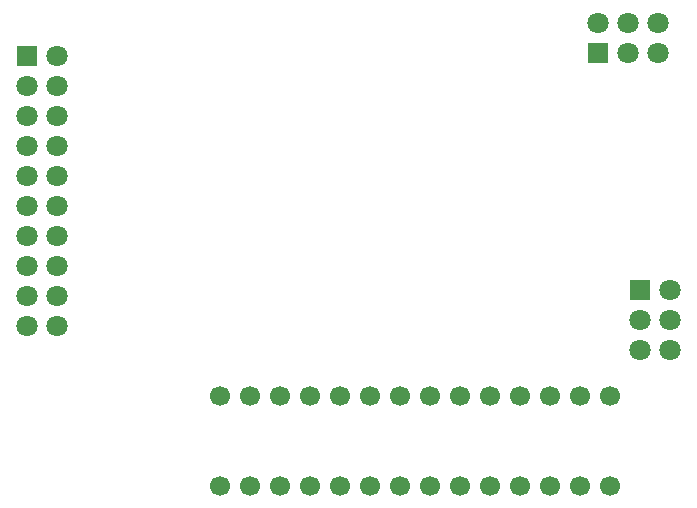
<source format=gbr>
G04 #@! TF.GenerationSoftware,KiCad,Pcbnew,5.0.0-fee4fd1~66~ubuntu16.04.1*
G04 #@! TF.CreationDate,2018-11-06T10:27:56-05:00*
G04 #@! TF.ProjectId,circuit,636972637569742E6B696361645F7063,rev?*
G04 #@! TF.SameCoordinates,Original*
G04 #@! TF.FileFunction,Soldermask,Bot*
G04 #@! TF.FilePolarity,Negative*
%FSLAX46Y46*%
G04 Gerber Fmt 4.6, Leading zero omitted, Abs format (unit mm)*
G04 Created by KiCad (PCBNEW 5.0.0-fee4fd1~66~ubuntu16.04.1) date Tue Nov  6 10:27:56 2018*
%MOMM*%
%LPD*%
G01*
G04 APERTURE LIST*
%ADD10R,1.800000X1.800000*%
%ADD11C,1.800000*%
%ADD12C,1.700000*%
G04 APERTURE END LIST*
D10*
G04 #@! TO.C,J1*
X134239000Y-64516000D03*
D11*
X136779000Y-64516000D03*
X134239000Y-67056000D03*
X136779000Y-67056000D03*
X134239000Y-69596000D03*
X136779000Y-69596000D03*
X134239000Y-74676000D03*
X134239000Y-72136000D03*
X134239000Y-79756000D03*
X134239000Y-84836000D03*
X134239000Y-77216000D03*
X134239000Y-82296000D03*
X134239000Y-87376000D03*
X136779000Y-79756000D03*
X136779000Y-77216000D03*
X136779000Y-72136000D03*
X136779000Y-84836000D03*
X136779000Y-74676000D03*
X136779000Y-87376000D03*
X136779000Y-82296000D03*
G04 #@! TD*
D10*
G04 #@! TO.C,J2*
X182524400Y-64287400D03*
D11*
X182524400Y-61747400D03*
X185064400Y-64287400D03*
X185064400Y-61747400D03*
X187604400Y-64287400D03*
X187604400Y-61747400D03*
G04 #@! TD*
G04 #@! TO.C,P1*
X188620400Y-89433400D03*
X186080400Y-89433400D03*
X188620400Y-86893400D03*
X186080400Y-86893400D03*
X188620400Y-84353400D03*
D10*
X186080400Y-84353400D03*
G04 #@! TD*
D12*
G04 #@! TO.C,U10*
X150545800Y-100939600D03*
X150545800Y-93319600D03*
X153085800Y-100939600D03*
X153085800Y-93319600D03*
X155625800Y-100939600D03*
X155625800Y-93319600D03*
X158165800Y-100939600D03*
X158165800Y-93319600D03*
X160705800Y-100939600D03*
X160705800Y-93319600D03*
X163245800Y-100939600D03*
X163245800Y-93319600D03*
X165785800Y-100939600D03*
X165785800Y-93319600D03*
X168325800Y-100939600D03*
X168325800Y-93319600D03*
X170865800Y-100939600D03*
X170865800Y-93319600D03*
X173405800Y-100939600D03*
X173405800Y-93319600D03*
X175945800Y-100939600D03*
X175945800Y-93319600D03*
X178485800Y-100939600D03*
X178485800Y-93319600D03*
X181025800Y-100939600D03*
X181025800Y-93319600D03*
X183565800Y-100939600D03*
X183565800Y-93319600D03*
G04 #@! TD*
M02*

</source>
